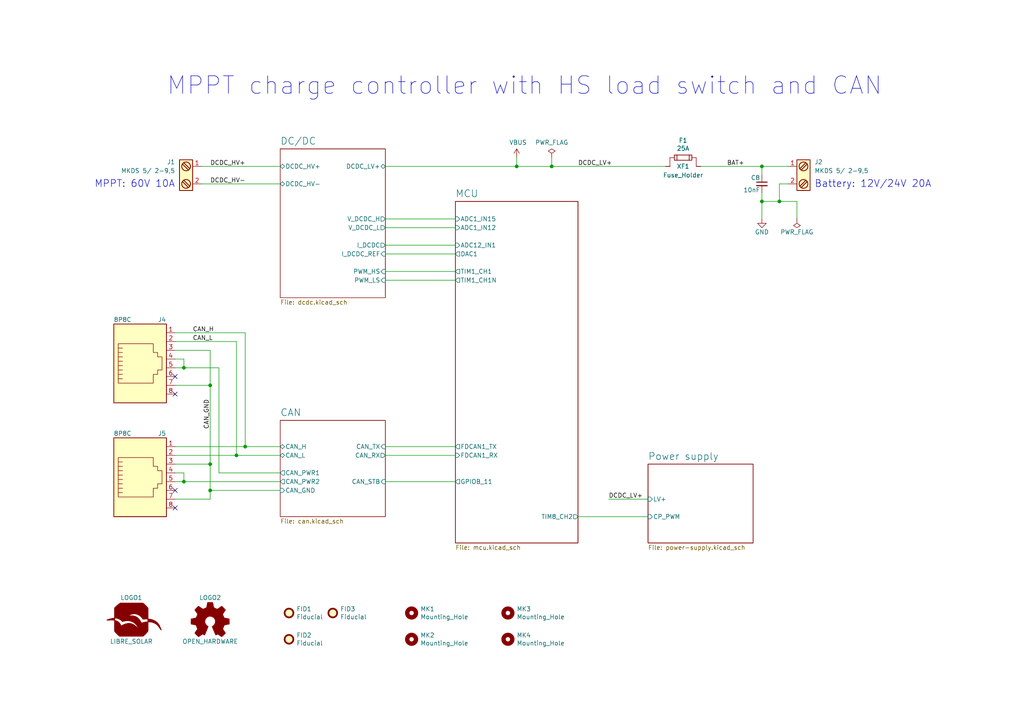
<source format=kicad_sch>
(kicad_sch (version 20211123) (generator eeschema)
  (paper "A4")
  (title_block (title "MPPT 4820 HC") (date "2021-01-06") (rev "0.2.3") (company "Copyright © 2020 Libre Solar Technologies GmbH") (comment 1 "Licensed under CERN-OHL-W version 2") (comment 2 "Author: Martin Jäger"))
  (lib_symbols
    (symbol "Connector:8P8C" (pin_names (offset 1.016))
      (property "Reference" "J" (at -5.08 13.97 0))
      (property "Value" "8P8C" (at 2.54 13.97 0))
      (symbol "8P8C_1_1"
        (pin passive line (at 10.16 -7.62 180) (length 2.54) (name "~") (number "1"))
        (pin passive line (at 10.16 -5.08 180) (length 2.54) (name "~") (number "2"))
        (pin passive line (at 10.16 -2.54 180) (length 2.54) (name "~") (number "3"))
        (pin passive line (at 10.16 0 180) (length 2.54) (name "~") (number "4"))
        (pin passive line (at 10.16 2.54 180) (length 2.54) (name "~") (number "5"))
        (pin passive line (at 10.16 5.08 180) (length 2.54) (name "~") (number "6"))
        (pin passive line (at 10.16 7.62 180) (length 2.54) (name "~") (number "7"))
        (pin passive line (at 10.16 10.16 180) (length 2.54) (name "~") (number "8"))
      )
    )
    (symbol "Graphic:Logo_Open_Hardware_Small" (pin_names (offset 1.016)))
    (symbol "Mechanical:Fiducial"
      (property "Reference" "FID" (at 0 5.08 0))
      (property "Value" "Fiducial" (at 0 3.175 0))
    )
    (symbol "Mechanical:MountingHole" (pin_names (offset 1.016))
      (property "Reference" "H" (at 0 5.08 0))
      (property "Value" "MountingHole" (at 0 3.175 0))
    )
    (symbol "Project:C" (pin_numbers hide) (pin_names (offset 0.254) hide)
      (property "Reference" "C" (at 0.635 1.905 0))
      (property "Value" "C" (at 0.635 -1.905 0))
      (symbol "C_1_1"
        (pin passive line (at 0 2.54 270) (length 1.905) (name "~") (number "1"))
        (pin passive line (at 0 -2.54 90) (length 2.032) (name "~") (number "2"))
      )
    )
    (symbol "Project:LibreSolar_Logo" (pin_numbers hide) (pin_names (offset 1.016) hide)
      (property "Reference" "LOGO" (at 0 6.985 0))
      (property "Value" "LibreSolar_Logo" (at 0 -5.715 0))
    )
    (symbol "Project:Screw_Terminal_1x02" (pin_names (offset 0.762) hide)
      (property "Reference" "J" (at 0 6.35 0))
      (property "Value" "Screw_Terminal_1x02" (at -3.81 0 90))
      (symbol "Screw_Terminal_1x02_1_1"
        (pin passive line (at 5.08 2.54 180) (length 2.54) (name "~") (number "1"))
        (pin passive line (at 5.08 -2.54 180) (length 2.54) (name "~") (number "2"))
      )
    )
    (symbol "mppt-2420-hc-rescue:Fuse_Holder-LibreSolar" (pin_numbers hide) (pin_names (offset 0.254) hide)
      (property "Reference" "XF" (at 0 1.905 0))
      (property "Value" "Fuse_Holder-LibreSolar" (at 0 -1.905 0))
      (symbol "Fuse_Holder-LibreSolar_1_1"
        (pin passive line (at -5.08 0 0) (length 1.27) (name "~") (number "1"))
        (pin passive line (at 5.08 0 180) (length 1.27) (name "~") (number "2"))
      )
    )
    (symbol "mppt-2420-hc-rescue:Fuse_PlugIn-LibreSolar" (pin_numbers hide) (pin_names (offset 0.254) hide)
      (property "Reference" "F" (at 0 1.905 0))
      (property "Value" "Fuse_PlugIn-LibreSolar" (at 0 -1.905 0))
    )
    (symbol "power:GND" (power) (pin_names (offset 0))
      (property "Value" "GND" (at 0 -3.81 0))
      (symbol "GND_1_1"
        (pin power_in line (at 0 0 270) (length 0) hide (name "GND") (number "1"))
      )
    )
    (symbol "power:PWR_FLAG" (power) (pin_numbers hide) (pin_names (offset 0) hide)
      (property "Value" "PWR_FLAG" (at 0 3.81 0))
      (symbol "PWR_FLAG_0_0"
        (pin power_out line (at 0 0 90) (length 0) (name "pwr") (number "1"))
      )
    )
    (symbol "power:VBUS" (power) (pin_names (offset 0))
      (property "Value" "VBUS" (at 0 3.81 0))
      (symbol "VBUS_1_1"
        (pin power_in line (at 0 0 90) (length 0) hide (name "VBUS") (number "1"))
      )
    )
  )
  (junction (at 71.12 129.54))
  (junction (at 149.86 48.26))
  (junction (at 68.58 132.08))
  (junction (at 60.96 142.24))
  (junction (at 60.96 111.76))
  (junction (at 160.02 48.26))
  (junction (at 226.06 58.42))
  (junction (at 220.98 58.42))
  (junction (at 60.96 134.62))
  (junction (at 220.98 48.26))
  (junction (at 53.34 106.68))
  (junction (at 53.34 139.7))
  (no_connect (at 50.8 142.24))
  (no_connect (at 50.8 109.22))
  (no_connect (at 50.8 147.32))
  (no_connect (at 50.8 114.3))
  (wire (pts (xy 50.8 101.6) (xy 60.96 101.6)))
  (wire (pts (xy 68.58 99.06) (xy 68.58 132.08)))
  (wire (pts (xy 53.34 104.14) (xy 53.34 106.68)))
  (wire (pts (xy 71.12 129.54) (xy 71.12 96.52)))
  (wire (pts (xy 111.76 78.74) (xy 132.08 78.74)))
  (wire (pts (xy 50.8 111.76) (xy 60.96 111.76)))
  (wire (pts (xy 60.96 134.62) (xy 60.96 111.76)))
  (wire (pts (xy 50.8 104.14) (xy 53.34 104.14)))
  (wire (pts (xy 226.06 53.34) (xy 226.06 58.42)))
  (wire (pts (xy 50.8 129.54) (xy 71.12 129.54)))
  (wire (pts (xy 50.8 137.16) (xy 53.34 137.16)))
  (wire (pts (xy 228.6 53.34) (xy 226.06 53.34)))
  (wire (pts (xy 50.8 106.68) (xy 53.34 106.68)))
  (wire (pts (xy 60.96 111.76) (xy 60.96 101.6)))
  (wire (pts (xy 203.2 48.26) (xy 220.98 48.26)))
  (wire (pts (xy 50.8 144.78) (xy 60.96 144.78)))
  (wire (pts (xy 160.02 48.26) (xy 193.04 48.26)))
  (wire (pts (xy 220.98 55.88) (xy 220.98 58.42)))
  (wire (pts (xy 149.86 45.72) (xy 149.86 48.26)))
  (wire (pts (xy 111.76 129.54) (xy 132.08 129.54)))
  (wire (pts (xy 53.34 106.68) (xy 63.5 106.68)))
  (wire (pts (xy 50.8 134.62) (xy 60.96 134.62)))
  (wire (pts (xy 111.76 66.04) (xy 132.08 66.04)))
  (wire (pts (xy 58.42 48.26) (xy 81.28 48.26)))
  (wire (pts (xy 50.8 139.7) (xy 53.34 139.7)))
  (wire (pts (xy 231.14 58.42) (xy 226.06 58.42)))
  (wire (pts (xy 220.98 58.42) (xy 220.98 63.5)))
  (wire (pts (xy 81.28 142.24) (xy 60.96 142.24)))
  (wire (pts (xy 132.08 63.5) (xy 111.76 63.5)))
  (wire (pts (xy 226.06 58.42) (xy 220.98 58.42)))
  (wire (pts (xy 187.96 144.78) (xy 176.53 144.78)))
  (wire (pts (xy 50.8 96.52) (xy 71.12 96.52)))
  (wire (pts (xy 53.34 137.16) (xy 53.34 139.7)))
  (wire (pts (xy 160.02 45.72) (xy 160.02 48.26)))
  (wire (pts (xy 231.14 63.5) (xy 231.14 58.42)))
  (wire (pts (xy 63.5 137.16) (xy 63.5 106.68)))
  (wire (pts (xy 132.08 73.66) (xy 111.76 73.66)))
  (wire (pts (xy 111.76 132.08) (xy 132.08 132.08)))
  (wire (pts (xy 228.6 48.26) (xy 220.98 48.26)))
  (wire (pts (xy 111.76 71.12) (xy 132.08 71.12)))
  (wire (pts (xy 53.34 139.7) (xy 81.28 139.7)))
  (wire (pts (xy 50.8 132.08) (xy 68.58 132.08)))
  (wire (pts (xy 81.28 129.54) (xy 71.12 129.54)))
  (wire (pts (xy 50.8 99.06) (xy 68.58 99.06)))
  (wire (pts (xy 60.96 142.24) (xy 60.96 144.78)))
  (wire (pts (xy 111.76 139.7) (xy 132.08 139.7)))
  (wire (pts (xy 187.96 149.86) (xy 167.64 149.86)))
  (wire (pts (xy 81.28 137.16) (xy 63.5 137.16)))
  (wire (pts (xy 60.96 142.24) (xy 60.96 134.62)))
  (wire (pts (xy 132.08 81.28) (xy 111.76 81.28)))
  (wire (pts (xy 68.58 132.08) (xy 81.28 132.08)))
  (wire (pts (xy 58.42 53.34) (xy 81.28 53.34)))
  (wire (pts (xy 220.98 50.8) (xy 220.98 48.26)))
  (wire (pts (xy 149.86 48.26) (xy 160.02 48.26)))
  (wire (pts (xy 111.76 48.26) (xy 149.86 48.26)))
  (text "MPPT: 60V 10A" (at 50.8 54.61 180) (effects (font (size 2.032 2.032)) (justify right bottom)))
  (text "MPPT charge controller with HS load switch and CAN" (at 48.26 27.94 0) (effects (font (size 5.08 5.08)) (justify left bottom)))
  (text "Battery: 12V/24V 20A" (at 236.22 54.61 0) (effects (font (size 2.032 2.032)) (justify left bottom)))
  (label "DCDC_LV+" (at 167.64 48.26 0))
  (label "BAT+" (at 210.82 48.26 0))
  (label "CAN_L" (at 55.88 99.06 0))
  (label "CAN_H" (at 55.88 96.52 0))
  (label "DCDC_HV-" (at 60.96 53.34 0))
  (label "DCDC_HV+" (at 60.96 48.26 0))
  (label "CAN_GND" (at 60.96 124.46 90))
  (label "DCDC_LV+" (at 176.53 144.78 0))
  (symbol (lib_id "Graphic:Logo_Open_Hardware_Small") (at 60.96 180.34 0) (unit 1)
    (property "Reference" "LOGO2" (at 60.96 173.355 0))
    (property "Value" "OPEN_HARDWARE" (at 60.96 186.055 0))
    (property "Footprint" "Symbol:OSHW-Logo_5.7x6mm_SilkScreen" (effects hide))
    (property "Config" "+info" (effects hide))
  )
  (symbol (lib_id "Project:LibreSolar_Logo") (at 38.1 180.34 0) (unit 1)
    (property "Reference" "LOGO1" (at 38.1 173.355 0))
    (property "Value" "LIBRE_SOLAR" (at 38.1 186.055 0))
    (property "Footprint" "LibreSolar:LIBRESOLAR_LOGO" (effects hide))
    (property "Config" "+info" (effects hide))
  )
  (symbol (lib_id "Mechanical:MountingHole") (at 119.38 177.8 0) (unit 1)
    (property "Reference" "MK1" (at 121.92 176.6316 0) (effects (justify left)))
    (property "Value" "Mounting_Hole" (at 121.92 178.943 0) (effects (justify left)))
    (property "Footprint" "MountingHole:MountingHole_3.2mm_M3" (effects hide))
    (property "Config" "+info" (effects hide))
  )
  (symbol (lib_id "Mechanical:MountingHole") (at 119.38 185.42 0) (unit 1)
    (property "Reference" "MK2" (at 121.92 184.2516 0) (effects (justify left)))
    (property "Value" "Mounting_Hole" (at 121.92 186.563 0) (effects (justify left)))
    (property "Footprint" "MountingHole:MountingHole_3.2mm_M3" (effects hide))
    (property "Config" "+info" (effects hide))
  )
  (symbol (lib_id "Mechanical:MountingHole") (at 147.32 177.8 0) (unit 1)
    (property "Reference" "MK3" (at 149.86 176.6316 0) (effects (justify left)))
    (property "Value" "Mounting_Hole" (at 149.86 178.943 0) (effects (justify left)))
    (property "Footprint" "MountingHole:MountingHole_3.2mm_M3" (effects hide))
    (property "Config" "+info" (effects hide))
  )
  (symbol (lib_id "Project:Screw_Terminal_1x02") (at 53.34 50.8 0) (unit 1)
    (property "Reference" "J1" (at 50.8 46.99 0) (effects (justify right)))
    (property "Value" "MKDS 5/ 2-9,5" (at 50.8 49.53 0) (effects (justify right)))
    (property "Footprint" "LibreSolar:Phoenix_Contact_MKDS_5-2-9,5" (effects hide))
    (property "Manufacturer" "Phoenix Contact" (effects hide))
    (property "PartNumber" "1714971" (effects hide))
    (property "Remarks" "Alternative: DECA MB910-952M" (effects hide))
  )
  (symbol (lib_id "Project:Screw_Terminal_1x02") (at 233.68 50.8 0) (mirror y) (unit 1)
    (property "Reference" "J2" (at 236.22 46.99 0) (effects (justify right)))
    (property "Value" "MKDS 5/ 2-9,5" (at 236.22 49.53 0) (effects (justify right)))
    (property "Footprint" "LibreSolar:Phoenix_Contact_MKDS_5-2-9,5" (effects hide))
    (property "Manufacturer" "Phoenix Contact" (effects hide))
    (property "PartNumber" "1714971" (effects hide))
    (property "Remarks" "Alternative: DECA MB910-952M" (effects hide))
  )
  (symbol (lib_id "Mechanical:Fiducial") (at 83.82 177.8 0) (unit 1)
    (property "Reference" "FID1" (at 85.979 176.6316 0) (effects (justify left)))
    (property "Value" "Fiducial" (at 85.979 178.943 0) (effects (justify left)))
    (property "Footprint" "LibreSolar:Fiducial_0.7mm" (effects hide))
    (property "Config" "+info" (effects hide))
  )
  (symbol (lib_id "Mechanical:Fiducial") (at 83.82 185.42 0) (unit 1)
    (property "Reference" "FID2" (at 85.979 184.2516 0) (effects (justify left)))
    (property "Value" "Fiducial" (at 85.979 186.563 0) (effects (justify left)))
    (property "Footprint" "LibreSolar:Fiducial_0.7mm" (effects hide))
    (property "Config" "+info" (effects hide))
  )
  (symbol (lib_id "Project:C") (at 220.98 53.34 0) (mirror y) (unit 1)
    (property "Reference" "C8" (at 220.472 51.562 0) (effects (justify left)))
    (property "Value" "10nF" (at 220.472 55.118 0) (effects (justify left)))
    (property "Footprint" "LibreSolar:C_0603_1608" (effects hide))
    (property "Manufacturer" "any" (effects hide))
    (property "Remarks" "100V, X7R" (effects hide))
  )
  (symbol (lib_id "mppt-2420-hc-rescue:Fuse_PlugIn-LibreSolar") (at 198.12 45.72 0) (unit 1)
    (property "Reference" "F1" (at 198.12 40.7416 0))
    (property "Value" "25A" (at 198.12 43.053 0))
    (property "Footprint" "LibreSolar:NULL" (effects hide))
    (property "Manufacturer" "Littelfuse" (effects hide))
    (property "PartNumber" "0287025.PXCN" (effects hide))
  )
  (symbol (lib_id "power:GND") (at 220.98 63.5 0) (unit 1)
    (property "Reference" "#PWR04" (effects hide))
    (property "Value" "GND" (at 220.98 67.31 0))
  )
  (symbol (lib_id "Mechanical:MountingHole") (at 147.32 185.42 0) (unit 1)
    (property "Reference" "MK4" (at 149.86 184.2516 0) (effects (justify left)))
    (property "Value" "Mounting_Hole" (at 149.86 186.563 0) (effects (justify left)))
    (property "Footprint" "MountingHole:MountingHole_3.2mm_M3" (effects hide))
    (property "Config" "+info" (effects hide))
  )
  (symbol (lib_id "power:VBUS") (at 149.86 45.72 0) (unit 1)
    (property "Reference" "#PWR0116" (effects hide))
    (property "Value" "VBUS" (at 150.241 41.3258 0))
  )
  (symbol (lib_id "power:PWR_FLAG") (at 160.02 45.72 0) (unit 1)
    (property "Reference" "#FLG0102" (effects hide))
    (property "Value" "PWR_FLAG" (at 160.02 41.3258 0))
  )
  (symbol (lib_id "Connector:8P8C") (at 40.64 137.16 0) (mirror x) (unit 1)
    (property "Reference" "J5" (at 46.99 125.73 0))
    (property "Value" "8P8C" (at 35.56 125.73 0))
    (property "Footprint" "LibreSolar:RJ45_8P8C" (effects hide))
    (property "Config" "+can" (effects hide))
    (property "Manufacturer" "Amphenol FCI" (effects hide))
    (property "PartNumber" "54602-908LF" (effects hide))
  )
  (symbol (lib_id "Connector:8P8C") (at 40.64 104.14 0) (mirror x) (unit 1)
    (property "Reference" "J4" (at 46.99 92.71 0))
    (property "Value" "8P8C" (at 35.56 92.71 0))
    (property "Footprint" "LibreSolar:RJ45_8P8C" (effects hide))
    (property "Config" "+can" (effects hide))
    (property "Manufacturer" "Amphenol FCI" (effects hide))
    (property "PartNumber" "54602-908LF" (effects hide))
  )
  (symbol (lib_id "mppt-2420-hc-rescue:Fuse_Holder-LibreSolar") (at 198.12 48.26 0) (unit 1)
    (property "Reference" "XF1" (at 198.12 48.26 0))
    (property "Value" "Fuse_Holder" (at 198.12 50.8 0))
    (property "Footprint" "LibreSolar:Eaton_S-4000" (effects hide))
    (property "Manufacturer" "Eaton" (effects hide))
  )
  (symbol (lib_id "power:PWR_FLAG") (at 231.14 63.5 180) (unit 1)
    (property "Reference" "#FLG0104" (effects hide))
    (property "Value" "PWR_FLAG" (at 231.14 67.31 0))
  )
  (symbol (lib_id "Mechanical:Fiducial") (at 96.52 177.8 0) (unit 1)
    (property "Reference" "FID3" (at 98.679 176.6316 0) (effects (justify left)))
    (property "Value" "Fiducial" (at 98.679 178.943 0) (effects (justify left)))
    (property "Footprint" "LibreSolar:Fiducial_0.7mm" (effects hide))
    (property "Config" "+info" (effects hide))
  )
  (sheet (at 81.28 43.18) (size 30.48 43.18)
    (property "Sheet name" "DC/DC" (at 81.28 42.0874 0) (effects (font (size 2.032 2.032)) (justify left bottom)))
    (property "Sheet file" "dcdc.kicad_sch" (at 81.28 86.9446 0) (effects (justify left top)))
    (pin "V_DCDC_H" output (at 111.76 63.5 0))
    (pin "V_DCDC_L" output (at 111.76 66.04 0))
    (pin "I_DCDC" output (at 111.76 71.12 0))
    (pin "DCDC_HV+" bidirectional (at 81.28 48.26 180))
    (pin "DCDC_HV-" bidirectional (at 81.28 53.34 180))
    (pin "DCDC_LV+" bidirectional (at 111.76 48.26 0))
    (pin "PWM_HS" input (at 111.76 78.74 0))
    (pin "PWM_LS" input (at 111.76 81.28 0))
    (pin "I_DCDC_REF" input (at 111.76 73.66 0))
  )
  (sheet (at 132.08 58.42) (size 35.56 99.06)
    (property "Sheet name" "MCU" (at 132.08 57.3274 0) (effects (font (size 2.032 2.032)) (justify left bottom)))
    (property "Sheet file" "mcu.kicad_sch" (at 132.08 158.0646 0) (effects (justify left top)))
    (pin "TIM1_CH1" output (at 132.08 78.74 180))
    (pin "TIM1_CH1N" output (at 132.08 81.28 180))
    (pin "DAC1" output (at 132.08 73.66 180))
    (pin "ADC1_IN15" input (at 132.08 63.5 180))
    (pin "ADC1_IN12" input (at 132.08 66.04 180))
    (pin "FDCAN1_RX" input (at 132.08 132.08 180))
    (pin "FDCAN1_TX" output (at 132.08 129.54 180))
    (pin "TIM8_CH2" output (at 167.64 149.86 0))
    (pin "GPIOB_11" output (at 132.08 139.7 180))
    (pin "ADC12_IN1" input (at 132.08 71.12 180))
  )
  (sheet (at 187.96 134.62) (size 30.48 22.86)
    (property "Sheet name" "Power supply" (at 187.96 133.5274 0) (effects (font (size 2.032 2.032)) (justify left bottom)))
    (property "Sheet file" "power-supply.kicad_sch" (at 187.96 158.0646 0) (effects (justify left top)))
    (pin "LV+" input (at 187.96 144.78 180))
    (pin "CP_PWM" input (at 187.96 149.86 180))
  )
  (sheet (at 81.28 121.92) (size 30.48 27.94)
    (property "Sheet name" "CAN" (at 81.28 120.8274 0) (effects (font (size 2.032 2.032)) (justify left bottom)))
    (property "Sheet file" "can.kicad_sch" (at 81.28 150.4446 0) (effects (justify left top)))
    (pin "CAN_TX" input (at 111.76 129.54 0))
    (pin "CAN_RX" output (at 111.76 132.08 0))
    (pin "CAN_STB" input (at 111.76 139.7 0))
    (pin "CAN_PWR1" output (at 81.28 137.16 180))
    (pin "CAN_PWR2" output (at 81.28 139.7 180))
    (pin "CAN_GND" input (at 81.28 142.24 180))
    (pin "CAN_H" bidirectional (at 81.28 129.54 180))
    (pin "CAN_L" bidirectional (at 81.28 132.08 180))
  )
)
</source>
